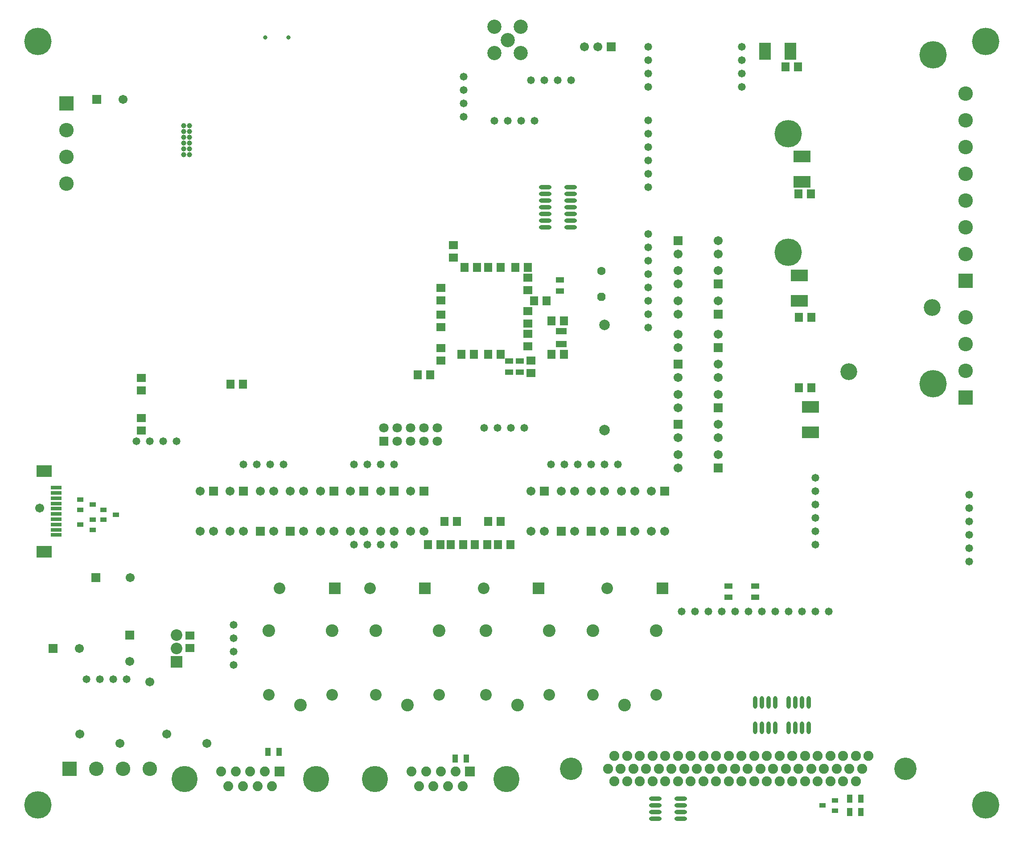
<source format=gbs>
G04 Layer_Color=16711935*
%FSLAX24Y24*%
%MOIN*%
G70*
G01*
G75*
%ADD158R,0.0612X0.0651*%
%ADD159R,0.0415X0.0592*%
%ADD161R,0.0651X0.0612*%
%ADD167O,0.0316X0.0946*%
%ADD168R,0.0592X0.0415*%
%ADD173O,0.0946X0.0316*%
%ADD195R,0.0907X0.1257*%
%ADD199R,0.0474X0.0356*%
%ADD208R,0.0671X0.0671*%
%ADD209C,0.0671*%
%ADD210C,0.1080*%
%ADD211R,0.1080X0.1080*%
%ADD212C,0.0867*%
%ADD213C,0.0946*%
%ADD214C,0.2049*%
%ADD215R,0.0867X0.0867*%
%ADD216R,0.0671X0.0671*%
%ADD217R,0.1080X0.1080*%
%ADD218C,0.1064*%
%ADD219C,0.0789*%
%ADD220R,0.0867X0.0867*%
%ADD221C,0.0710*%
%ADD222R,0.0710X0.0710*%
%ADD223C,0.0631*%
%ADD224P,0.0683X8X112.5*%
%ADD225C,0.1954*%
%ADD226R,0.0745X0.0745*%
%ADD227C,0.0745*%
%ADD228C,0.1674*%
%ADD229C,0.0749*%
%ADD230C,0.0316*%
%ADD231C,0.0395*%
%ADD232C,0.1261*%
%ADD233R,0.0789X0.0474*%
%ADD234R,0.0828X0.0316*%
%ADD235R,0.1182X0.0907*%
%ADD236R,0.1257X0.0907*%
%ADD237C,0.0580*%
D158*
X32963Y16750D02*
D03*
X32037D02*
D03*
X32213Y18500D02*
D03*
X31287D02*
D03*
X31213Y16750D02*
D03*
X30287D02*
D03*
X28487D02*
D03*
X29413D02*
D03*
X28037Y18500D02*
D03*
X28963D02*
D03*
X36963Y31000D02*
D03*
X36037D02*
D03*
X36963Y33500D02*
D03*
X36037D02*
D03*
X27713Y16750D02*
D03*
X26787D02*
D03*
X26037Y29450D02*
D03*
X26963D02*
D03*
X29537Y37500D02*
D03*
X30463D02*
D03*
X32213D02*
D03*
X31287D02*
D03*
X33337D02*
D03*
X34263D02*
D03*
X35663Y35000D02*
D03*
X34737D02*
D03*
X31287Y31000D02*
D03*
X32213D02*
D03*
X30213D02*
D03*
X29287D02*
D03*
X12963Y28750D02*
D03*
X12037D02*
D03*
X53537Y52500D02*
D03*
X54463D02*
D03*
X55413Y43000D02*
D03*
X54487D02*
D03*
X54537Y28500D02*
D03*
X55463D02*
D03*
Y33750D02*
D03*
X54537D02*
D03*
D159*
X29663Y750D02*
D03*
X28837D02*
D03*
X15663Y1250D02*
D03*
X14837D02*
D03*
X58337Y-3250D02*
D03*
X59163D02*
D03*
Y-2250D02*
D03*
X58337D02*
D03*
D161*
X27750Y33037D02*
D03*
Y33963D02*
D03*
X5350Y25287D02*
D03*
Y26213D02*
D03*
Y28287D02*
D03*
Y29213D02*
D03*
X9000Y9963D02*
D03*
Y9037D02*
D03*
X27750Y35963D02*
D03*
Y35037D02*
D03*
X28700Y38237D02*
D03*
Y39163D02*
D03*
X34250Y36713D02*
D03*
Y35787D02*
D03*
Y34213D02*
D03*
Y33287D02*
D03*
Y32513D02*
D03*
Y31587D02*
D03*
X34500Y30513D02*
D03*
Y29587D02*
D03*
X27750Y31463D02*
D03*
Y30537D02*
D03*
D167*
X52750Y3055D02*
D03*
X52250D02*
D03*
X51750D02*
D03*
X51250D02*
D03*
X52750Y4945D02*
D03*
X52250D02*
D03*
X51750D02*
D03*
X51250D02*
D03*
X55250Y3055D02*
D03*
X54750D02*
D03*
X54250D02*
D03*
X53750D02*
D03*
X55250Y4945D02*
D03*
X54750D02*
D03*
X54250D02*
D03*
X53750D02*
D03*
D168*
X49250Y12837D02*
D03*
Y13663D02*
D03*
X51250Y12837D02*
D03*
Y13663D02*
D03*
X32870Y29663D02*
D03*
Y30490D02*
D03*
X33657Y29663D02*
D03*
Y30490D02*
D03*
X36650Y35737D02*
D03*
Y36563D02*
D03*
D173*
X37445Y43500D02*
D03*
Y43000D02*
D03*
Y42500D02*
D03*
Y42000D02*
D03*
Y41500D02*
D03*
Y41000D02*
D03*
Y40500D02*
D03*
X35555Y43500D02*
D03*
Y43000D02*
D03*
Y42500D02*
D03*
Y42000D02*
D03*
Y41500D02*
D03*
Y41000D02*
D03*
Y40500D02*
D03*
X45695Y-2250D02*
D03*
Y-2750D02*
D03*
Y-3250D02*
D03*
Y-3750D02*
D03*
X43805Y-2250D02*
D03*
Y-2750D02*
D03*
Y-3250D02*
D03*
Y-3750D02*
D03*
D195*
X53897Y53650D02*
D03*
X52003D02*
D03*
D199*
X56278Y-2750D02*
D03*
X57222Y-3124D02*
D03*
Y-2376D02*
D03*
X1722Y18624D02*
D03*
Y17876D02*
D03*
X778Y18250D02*
D03*
X1722Y19750D02*
D03*
X778Y20124D02*
D03*
Y19376D02*
D03*
X3472Y19000D02*
D03*
X2528Y19374D02*
D03*
Y18626D02*
D03*
D208*
X2016Y50050D02*
D03*
X48500Y34000D02*
D03*
X45500Y39500D02*
D03*
X48500Y36250D02*
D03*
Y27000D02*
D03*
Y22500D02*
D03*
X45500Y25750D02*
D03*
Y30250D02*
D03*
X48500Y31500D02*
D03*
X-1234Y9000D02*
D03*
X40500Y54000D02*
D03*
X1970Y14300D02*
D03*
D209*
X3984Y50050D02*
D03*
X21000Y20750D02*
D03*
X22000Y17750D02*
D03*
X21000D02*
D03*
X15250Y20750D02*
D03*
X14250D02*
D03*
X15250Y17750D02*
D03*
X18750Y20750D02*
D03*
X19750Y17750D02*
D03*
X18750D02*
D03*
X45500Y35000D02*
D03*
Y34000D02*
D03*
X48500Y35000D02*
D03*
X45500Y38500D02*
D03*
X48500Y39500D02*
D03*
Y38500D02*
D03*
X45500Y37250D02*
D03*
Y36250D02*
D03*
X48500Y37250D02*
D03*
X17500Y20750D02*
D03*
X16500D02*
D03*
X17500Y17750D02*
D03*
X48500Y28000D02*
D03*
X45500Y27000D02*
D03*
Y28000D02*
D03*
X43500Y17750D02*
D03*
X44500D02*
D03*
X43500Y20750D02*
D03*
X37750Y17750D02*
D03*
X36750Y20750D02*
D03*
X37750D02*
D03*
X42250D02*
D03*
X41250D02*
D03*
X42250Y17750D02*
D03*
X48500Y23500D02*
D03*
X45500Y22500D02*
D03*
Y23500D02*
D03*
X34500Y17750D02*
D03*
X35500D02*
D03*
X34500Y20750D02*
D03*
X40000Y17750D02*
D03*
X39000Y20750D02*
D03*
X40000D02*
D03*
X48500Y24750D02*
D03*
Y25750D02*
D03*
X45500Y24750D02*
D03*
Y29250D02*
D03*
X48500Y30250D02*
D03*
Y29250D02*
D03*
X45500Y32500D02*
D03*
Y31500D02*
D03*
X48500Y32500D02*
D03*
X25500Y20750D02*
D03*
X26500Y17750D02*
D03*
X25500D02*
D03*
X9750D02*
D03*
X10750D02*
D03*
X9750Y20750D02*
D03*
X7250Y2600D02*
D03*
X10250Y1900D02*
D03*
X4500Y8016D02*
D03*
X750Y2600D02*
D03*
X3750Y1900D02*
D03*
X734Y9000D02*
D03*
X38500Y54000D02*
D03*
X39500D02*
D03*
X23250Y20750D02*
D03*
X24250Y17750D02*
D03*
X23250D02*
D03*
X12000D02*
D03*
X13000D02*
D03*
X12000Y20750D02*
D03*
X4530Y14300D02*
D03*
X6000Y6500D02*
D03*
X-2250Y19500D02*
D03*
D210*
X-250Y43750D02*
D03*
Y47750D02*
D03*
Y45750D02*
D03*
X4000Y0D02*
D03*
X2000D02*
D03*
X6000D02*
D03*
X67000Y50500D02*
D03*
Y48500D02*
D03*
Y40500D02*
D03*
Y38500D02*
D03*
Y42500D02*
D03*
Y44500D02*
D03*
Y46500D02*
D03*
Y31750D02*
D03*
Y29750D02*
D03*
Y33750D02*
D03*
D211*
X-250Y49750D02*
D03*
X67000Y36500D02*
D03*
Y27750D02*
D03*
D212*
X35862Y5537D02*
D03*
X31138D02*
D03*
X15691Y13500D02*
D03*
X22441D02*
D03*
X8000Y9000D02*
D03*
Y10000D02*
D03*
X40191Y13500D02*
D03*
X22888Y5537D02*
D03*
X27612D02*
D03*
X19612D02*
D03*
X14888D02*
D03*
X30941Y13500D02*
D03*
X39138Y5537D02*
D03*
X43862D02*
D03*
D213*
X35862Y10341D02*
D03*
X31138D02*
D03*
X33500Y4750D02*
D03*
X25250D02*
D03*
X22888Y10341D02*
D03*
X27612D02*
D03*
X19612D02*
D03*
X14888D02*
D03*
X17250Y4750D02*
D03*
X41500D02*
D03*
X39138Y10341D02*
D03*
X43862D02*
D03*
D214*
X64567Y53398D02*
D03*
Y28791D02*
D03*
X53740Y38634D02*
D03*
Y47492D02*
D03*
X68504Y-2705D02*
D03*
X-2362D02*
D03*
X68504Y54382D02*
D03*
X-2362D02*
D03*
D215*
X19809Y13500D02*
D03*
X26559D02*
D03*
X44309D02*
D03*
X35059D02*
D03*
D216*
X22000Y20750D02*
D03*
X14250Y17750D02*
D03*
X19750Y20750D02*
D03*
X16500Y17750D02*
D03*
X44500Y20750D02*
D03*
X36750Y17750D02*
D03*
X41250D02*
D03*
X35500Y20750D02*
D03*
X39000Y17750D02*
D03*
X26500Y20750D02*
D03*
X10750D02*
D03*
X4500Y9984D02*
D03*
X24250Y20750D02*
D03*
X13000D02*
D03*
D217*
X0Y0D02*
D03*
D218*
X32750Y54500D02*
D03*
X33734Y53516D02*
D03*
Y55484D02*
D03*
X31766D02*
D03*
Y53516D02*
D03*
D219*
X40000Y33187D02*
D03*
Y25313D02*
D03*
D220*
X8000Y8000D02*
D03*
D221*
X27500Y25500D02*
D03*
Y24500D02*
D03*
X26500Y25500D02*
D03*
Y24500D02*
D03*
X25500Y25500D02*
D03*
Y24500D02*
D03*
X24500Y25500D02*
D03*
Y24500D02*
D03*
X23500Y25500D02*
D03*
D222*
Y24500D02*
D03*
D223*
X39750Y37211D02*
D03*
D224*
Y35289D02*
D03*
D225*
X8581Y-760D02*
D03*
X18419D02*
D03*
X22831D02*
D03*
X32669D02*
D03*
D226*
X15681Y-201D02*
D03*
X29931D02*
D03*
D227*
X15136Y-1319D02*
D03*
X14591Y-201D02*
D03*
X14045Y-1319D02*
D03*
X13500Y-201D02*
D03*
X12955Y-1319D02*
D03*
X12409Y-201D02*
D03*
X11864Y-1319D02*
D03*
X11319Y-201D02*
D03*
X29386Y-1319D02*
D03*
X28841Y-201D02*
D03*
X28295Y-1319D02*
D03*
X27750Y-201D02*
D03*
X27205Y-1319D02*
D03*
X26659Y-201D02*
D03*
X26114Y-1319D02*
D03*
X25569Y-201D02*
D03*
D228*
X62500Y0D02*
D03*
X37500D02*
D03*
D229*
X40732Y-950D02*
D03*
X41682D02*
D03*
X42632D02*
D03*
X43582D02*
D03*
X44532D02*
D03*
X45482D02*
D03*
X46432D02*
D03*
X47382D02*
D03*
X48332D02*
D03*
X49282D02*
D03*
X50232D02*
D03*
X51182D02*
D03*
X52132D02*
D03*
X53082D02*
D03*
X54032D02*
D03*
X54982D02*
D03*
X55932D02*
D03*
X56882D02*
D03*
X57832D02*
D03*
X58782D02*
D03*
X40256Y0D02*
D03*
X41206D02*
D03*
X42156D02*
D03*
X43106D02*
D03*
X44056D02*
D03*
X45006D02*
D03*
X45956D02*
D03*
X46906D02*
D03*
X47856D02*
D03*
X48806D02*
D03*
X49756D02*
D03*
X50706D02*
D03*
X51656D02*
D03*
X52606D02*
D03*
X53556D02*
D03*
X54506D02*
D03*
X55456D02*
D03*
X56406D02*
D03*
X57356D02*
D03*
X58306D02*
D03*
X59256D02*
D03*
X40732Y949D02*
D03*
X41682D02*
D03*
X42632D02*
D03*
X43582D02*
D03*
X44532D02*
D03*
X45482D02*
D03*
X46432D02*
D03*
X47382D02*
D03*
X48332D02*
D03*
X49282D02*
D03*
X50232D02*
D03*
X51182D02*
D03*
X52132D02*
D03*
X53082D02*
D03*
X54032D02*
D03*
X54982D02*
D03*
X55932D02*
D03*
X56882D02*
D03*
X57832D02*
D03*
X58782D02*
D03*
X59732D02*
D03*
D230*
X16366Y54683D02*
D03*
X14634D02*
D03*
D231*
X8533Y48083D02*
D03*
X8967D02*
D03*
X8533Y47650D02*
D03*
X8967D02*
D03*
X8533Y47217D02*
D03*
X8967D02*
D03*
X8533Y46783D02*
D03*
X8967D02*
D03*
X8533Y46350D02*
D03*
X8967D02*
D03*
X8533Y45917D02*
D03*
X8967D02*
D03*
D232*
X58250Y29700D02*
D03*
X64500Y34500D02*
D03*
D233*
X36750Y32742D02*
D03*
Y31758D02*
D03*
D234*
X-1000Y21022D02*
D03*
Y20628D02*
D03*
Y20234D02*
D03*
Y19841D02*
D03*
Y19447D02*
D03*
Y19053D02*
D03*
Y18659D02*
D03*
Y18266D02*
D03*
Y17872D02*
D03*
Y17478D02*
D03*
D235*
X-1925Y16238D02*
D03*
Y22262D02*
D03*
D236*
X54750Y45797D02*
D03*
Y43903D02*
D03*
X55400Y25153D02*
D03*
Y27047D02*
D03*
X54550Y36897D02*
D03*
Y35003D02*
D03*
D237*
X24250Y16750D02*
D03*
X23250D02*
D03*
X22250D02*
D03*
X21250D02*
D03*
X24250Y22750D02*
D03*
X23250D02*
D03*
X22250D02*
D03*
X21250D02*
D03*
X12250Y7750D02*
D03*
Y8750D02*
D03*
Y9750D02*
D03*
Y10750D02*
D03*
X16000Y22750D02*
D03*
X15000D02*
D03*
X14000D02*
D03*
X13000D02*
D03*
X41000D02*
D03*
X40000D02*
D03*
X39000D02*
D03*
X38000D02*
D03*
X37000D02*
D03*
X36000D02*
D03*
X67250Y15500D02*
D03*
Y16500D02*
D03*
Y17500D02*
D03*
Y18500D02*
D03*
Y19500D02*
D03*
Y20500D02*
D03*
X50750Y11750D02*
D03*
X49750D02*
D03*
X48750D02*
D03*
X47750D02*
D03*
X46750D02*
D03*
X45750D02*
D03*
X56750D02*
D03*
X55750D02*
D03*
X54750D02*
D03*
X53750D02*
D03*
X52750D02*
D03*
X51750D02*
D03*
X43250Y43500D02*
D03*
Y44500D02*
D03*
Y45500D02*
D03*
Y46500D02*
D03*
Y47500D02*
D03*
Y48500D02*
D03*
Y33000D02*
D03*
Y34000D02*
D03*
Y35000D02*
D03*
Y36000D02*
D03*
Y37000D02*
D03*
Y38000D02*
D03*
Y39000D02*
D03*
Y40000D02*
D03*
Y51000D02*
D03*
Y52000D02*
D03*
Y53000D02*
D03*
Y54000D02*
D03*
X50250Y51000D02*
D03*
Y52000D02*
D03*
Y53000D02*
D03*
Y54000D02*
D03*
X1250Y6700D02*
D03*
X2250D02*
D03*
X3250D02*
D03*
X4250D02*
D03*
X8000Y24500D02*
D03*
X7000D02*
D03*
X6000D02*
D03*
X5000D02*
D03*
X29450Y51750D02*
D03*
Y50750D02*
D03*
Y49750D02*
D03*
Y48750D02*
D03*
X37500Y51500D02*
D03*
X36500D02*
D03*
X35500D02*
D03*
X34500D02*
D03*
X31750Y48450D02*
D03*
X32750D02*
D03*
X33750D02*
D03*
X34750D02*
D03*
X34000Y25500D02*
D03*
X33000D02*
D03*
X32000D02*
D03*
X31000D02*
D03*
X55750Y16750D02*
D03*
Y17750D02*
D03*
Y18750D02*
D03*
Y19750D02*
D03*
Y20750D02*
D03*
Y21750D02*
D03*
M02*

</source>
